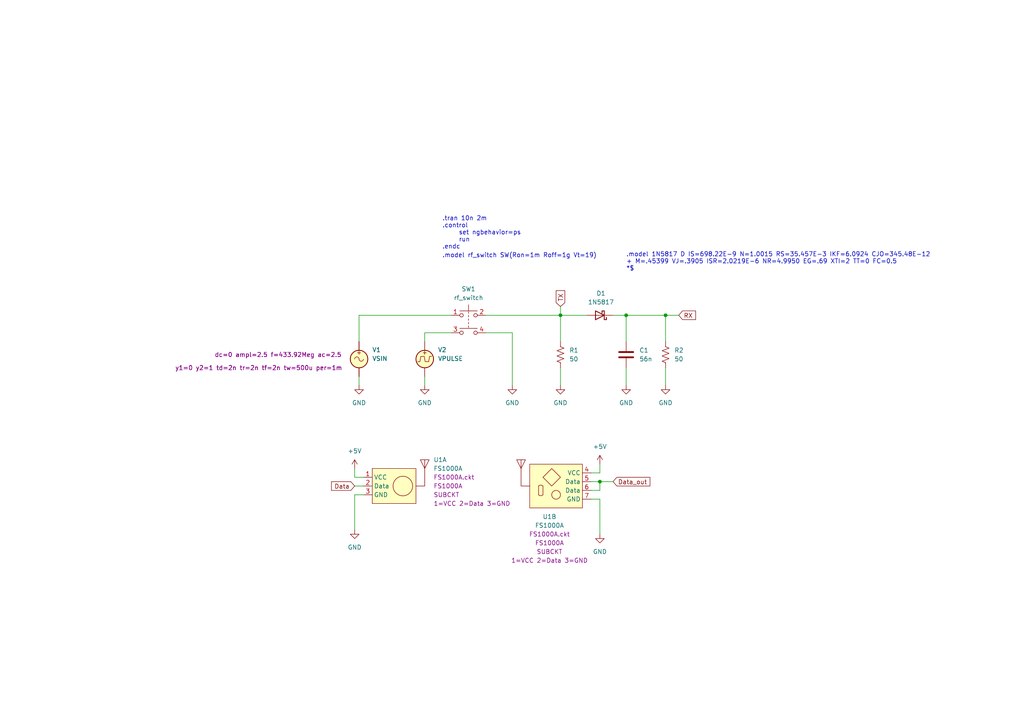
<source format=kicad_sch>
(kicad_sch (version 20230121) (generator eeschema)
  (paper "A4")
  (lib_symbols
    (symbol "Device:C" (pin_numbers hide) (pin_names (offset 0.254))
      (property "Reference" "C" (at 0.635 2.54 0))
      (property "Value" "C" (at 0.635 -2.54 0))
      (symbol "C_0_1"
        (polyline (pts (xy -2.032 -0.762) (xy 2.032 -0.762)) (stroke (width 0.508)))
        (polyline (pts (xy -2.032 0.762) (xy 2.032 0.762)) (stroke (width 0.508)))
      )
      (symbol "C_1_1"
        (pin passive line (at 0 3.81 270) (length 2.794) (name "~") (number "1"))
        (pin passive line (at 0 -3.81 90) (length 2.794) (name "~") (number "2"))
      )
    )
    (symbol "Device:D_Schottky" (pin_numbers hide) (pin_names (offset 1.016) hide)
      (property "Reference" "D" (at 0 2.54 0))
      (property "Value" "D_Schottky" (at 0 -2.54 0))
      (symbol "D_Schottky_0_1"
        (polyline (pts (xy 1.27 0) (xy -1.27 0)))
        (polyline (pts (xy 1.27 1.27) (xy 1.27 -1.27) (xy -1.27 0) (xy 1.27 1.27)) (stroke (width 0.254)))
        (polyline (pts (xy -1.905 0.635) (xy -1.905 1.27) (xy -1.27 1.27) (xy -1.27 -1.27) (xy -0.635 -1.27) (xy -0.635 -0.635)) (stroke (width 0.254)))
      )
      (symbol "D_Schottky_1_1"
        (pin passive line (at -3.81 0 0) (length 2.54) (name "K") (number "1"))
        (pin passive line (at 3.81 0 180) (length 2.54) (name "A") (number "2"))
      )
    )
    (symbol "Device:R_US" (pin_numbers hide) (pin_names (offset 0))
      (property "Reference" "R" (at 2.54 0 90))
      (property "Value" "R_US" (at -2.54 0 90))
      (symbol "R_US_0_1"
        (polyline (pts (xy 0 -2.286) (xy 0 -2.54)))
        (polyline (pts (xy 0 2.286) (xy 0 2.54)))
        (polyline (pts (xy 0 -0.762) (xy 1.016 -1.143) (xy 0 -1.524) (xy -1.016 -1.905) (xy 0 -2.286)))
        (polyline (pts (xy 0 0.762) (xy 1.016 0.381) (xy 0 0) (xy -1.016 -0.381) (xy 0 -0.762)))
        (polyline (pts (xy 0 2.286) (xy 1.016 1.905) (xy 0 1.524) (xy -1.016 1.143) (xy 0 0.762)))
      )
      (symbol "R_US_1_1"
        (pin passive line (at 0 3.81 270) (length 1.27) (name "~") (number "1"))
        (pin passive line (at 0 -3.81 90) (length 1.27) (name "~") (number "2"))
      )
    )
    (symbol "My-footprints:FS1000A"
      (property "Reference" "U" (at 0 11.43 0))
      (property "Value" "FS1000A" (at 0 8.89 0))
      (property "Sim.Library" "FS1000A.ckt" (at 0 -13.97 0))
      (property "Sim.Name" "FS1000A" (at 0 -11.43 0))
      (property "Sim.Device" "SUBCKT" (at 0 -16.51 0))
      (property "Sim.Pins" "1=VCC 2=Data 3=GND" (at 0 -8.89 0))
      (symbol "FS1000A_0_1"
        (pin passive line (at 0 -5.08 90) (length 2.54) hide (name "RF") (number "8"))
      )
      (symbol "FS1000A_1_1"
        (rectangle (start -6.35 5.08) (end 6.35 -5.08) (fill (type background)))
        (polyline (pts (xy 8.89 5.08) (xy 8.89 7.62)))
        (polyline (pts (xy 6.35 0) (xy 8.89 0) (xy 8.89 5.08) (xy 7.62 7.62) (xy 10.16 7.62) (xy 8.89 5.08)))
        (circle (center 2.54 0) (radius 2.8398))
        (pin unspecified line (at -8.89 2.54 0) (length 2.54) (name "VCC") (number "1"))
        (pin input line (at -8.89 0 0) (length 2.54) (name "Data") (number "2"))
        (pin power_in line (at -8.89 -2.54 0) (length 2.54) (name "GND") (number "3"))
      )
      (symbol "FS1000A_2_1"
        (rectangle (start -7.62 6.35) (end 7.62 -6.35) (fill (type background)))
        (arc (start -5.08 -2.54) (mid -4.445 -2.803) (end -3.81 -2.54))
        (arc (start -3.81 0) (mid -4.445 0.263) (end -5.08 0))
        (circle (center 0 -2.54) (radius 1.27))
        (polyline (pts (xy -10.16 5.08) (xy -10.16 7.62)))
        (polyline (pts (xy -5.08 0) (xy -5.08 -2.54)))
        (polyline (pts (xy -3.81 -2.54) (xy -3.81 0)))
        (polyline (pts (xy -3.81 2.54) (xy -1.27 0) (xy 1.27 2.54) (xy -1.27 5.08) (xy -3.81 2.54)))
        (polyline (pts (xy -7.62 0) (xy -10.16 0) (xy -10.16 5.08) (xy -8.89 7.62) (xy -11.43 7.62) (xy -10.16 5.08)))
        (pin passive line (at 10.16 3.81 180) (length 2.54) (name "VCC") (number "4"))
        (pin output line (at 10.16 1.27 180) (length 2.54) (name "Data") (number "5"))
        (pin output line (at 10.16 -1.27 180) (length 2.54) (name "Data") (number "6"))
        (pin power_in line (at 10.16 -3.81 180) (length 2.54) (name "GND") (number "7"))
      )
    )
    (symbol "Simulation_SPICE:VPULSE" (pin_numbers hide) (pin_names (offset 0.0254))
      (property "Reference" "V" (at 2.54 2.54 0))
      (property "Value" "VPULSE" (at 2.54 0 0))
      (property "Sim.Params" "y1=0 y2=1 td=2n tr=2n tf=2n tw=50n per=100n" (at 2.54 -2.54 0))
      (symbol "VPULSE_0_0"
        (polyline (pts (xy -2.032 -0.762) (xy -1.397 -0.762) (xy -1.143 0.762) (xy -0.127 0.762) (xy 0.127 -0.762) (xy 1.143 -0.762) (xy 1.397 0.762) (xy 2.032 0.762)))
        (text "+" (at 0 1.905 0) (effects (font (size 1.27 1.27))))
      )
      (symbol "VPULSE_0_1"
        (circle (center 0 0) (radius 2.54) (stroke (width 0.254)) (fill (type background)))
      )
      (symbol "VPULSE_1_1"
        (pin passive line (at 0 5.08 270) (length 2.54) (name "~") (number "1"))
        (pin passive line (at 0 -5.08 90) (length 2.54) (name "~") (number "2"))
      )
    )
    (symbol "Simulation_SPICE:VSIN" (pin_numbers hide) (pin_names (offset 0.0254))
      (property "Reference" "V" (at 2.54 2.54 0))
      (property "Value" "VSIN" (at 2.54 0 0))
      (property "Sim.Params" "dc=0 ampl=1 f=1k ac=1" (at 2.54 -2.54 0))
      (symbol "VSIN_0_0"
        (arc (start 0 0) (mid -0.635 0.6323) (end -1.27 0))
        (arc (start 0 0) (mid 0.635 -0.6323) (end 1.27 0))
        (text "+" (at 0 1.905 0) (effects (font (size 1.27 1.27))))
      )
      (symbol "VSIN_0_1"
        (circle (center 0 0) (radius 2.54) (stroke (width 0.254)) (fill (type background)))
      )
      (symbol "VSIN_1_1"
        (pin passive line (at 0 5.08 270) (length 2.54) (name "~") (number "1"))
        (pin passive line (at 0 -5.08 90) (length 2.54) (name "~") (number "2"))
      )
    )
    (symbol "Switch:SW_Push_Dual" (pin_names (offset 1.016) hide)
      (property "Reference" "SW" (at 1.27 2.54 0))
      (property "Value" "SW_Push_Dual" (at 0 -6.858 0))
      (symbol "SW_Push_Dual_0_1"
        (circle (center -2.032 -5.08) (radius 0.508))
        (circle (center -2.032 0) (radius 0.508))
        (polyline (pts (xy 0 -3.048) (xy 0 -3.556)))
        (polyline (pts (xy 0 -2.032) (xy 0 -2.54)))
        (polyline (pts (xy 0 -1.524) (xy 0 -1.016)))
        (polyline (pts (xy 0 -0.508) (xy 0 0)))
        (polyline (pts (xy 0 0.508) (xy 0 1.016)))
        (polyline (pts (xy 0 1.27) (xy 0 3.048)))
        (polyline (pts (xy 2.54 -3.81) (xy -2.54 -3.81)))
        (polyline (pts (xy 2.54 1.27) (xy -2.54 1.27)))
        (circle (center 2.032 -5.08) (radius 0.508))
        (circle (center 2.032 0) (radius 0.508))
        (pin passive line (at -5.08 0 0) (length 2.54) (name "1") (number "1"))
        (pin passive line (at 5.08 0 180) (length 2.54) (name "2") (number "2"))
        (pin passive line (at -5.08 -5.08 0) (length 2.54) (name "3") (number "3"))
        (pin passive line (at 5.08 -5.08 180) (length 2.54) (name "4") (number "4"))
      )
    )
    (symbol "power:+5V" (power) (pin_names (offset 0))
      (property "Value" "+5V" (at 0 3.556 0))
      (symbol "+5V_0_1"
        (polyline (pts (xy -0.762 1.27) (xy 0 2.54)))
        (polyline (pts (xy 0 0) (xy 0 2.54)))
        (polyline (pts (xy 0 2.54) (xy 0.762 1.27)))
      )
      (symbol "+5V_1_1"
        (pin power_in line (at 0 0 90) (length 0) hide (name "+5V") (number "1"))
      )
    )
    (symbol "power:GND" (power) (pin_names (offset 0))
      (property "Value" "GND" (at 0 -3.81 0))
      (symbol "GND_0_1"
        (polyline (pts (xy 0 0) (xy 0 -1.27) (xy 1.27 -1.27) (xy 0 -2.54) (xy -1.27 -1.27) (xy 0 -1.27)))
      )
      (symbol "GND_1_1"
        (pin power_in line (at 0 0 270) (length 0) hide (name "GND") (number "1"))
      )
    )
  )
  (junction (at 162.56 91.44))
  (junction (at 181.61 91.44))
  (junction (at 173.99 139.7))
  (junction (at 193.04 91.44))
  (wire (pts (xy 104.14 99.06) (xy 104.14 91.44)))
  (wire (pts (xy 193.04 91.44) (xy 193.04 99.06)))
  (wire (pts (xy 173.99 139.7) (xy 177.8 139.7)))
  (wire (pts (xy 173.99 142.24) (xy 173.99 139.7)))
  (wire (pts (xy 173.99 137.16) (xy 173.99 134.62)))
  (wire (pts (xy 102.87 153.67) (xy 102.87 143.51)))
  (wire (pts (xy 171.45 142.24) (xy 173.99 142.24)))
  (wire (pts (xy 123.19 96.52) (xy 123.19 99.06)))
  (wire (pts (xy 173.99 154.94) (xy 173.99 144.78)))
  (wire (pts (xy 171.45 139.7) (xy 173.99 139.7)))
  (wire (pts (xy 102.87 138.43) (xy 102.87 135.89)))
  (wire (pts (xy 181.61 106.68) (xy 181.61 111.76)))
  (wire (pts (xy 181.61 91.44) (xy 193.04 91.44)))
  (wire (pts (xy 181.61 91.44) (xy 177.8 91.44)))
  (wire (pts (xy 123.19 109.22) (xy 123.19 111.76)))
  (wire (pts (xy 102.87 138.43) (xy 105.41 138.43)))
  (wire (pts (xy 148.59 96.52) (xy 148.59 111.76)))
  (wire (pts (xy 173.99 137.16) (xy 171.45 137.16)))
  (wire (pts (xy 104.14 109.22) (xy 104.14 111.76)))
  (wire (pts (xy 102.87 140.97) (xy 105.41 140.97)))
  (wire (pts (xy 181.61 99.06) (xy 181.61 91.44)))
  (wire (pts (xy 162.56 111.76) (xy 162.56 106.68)))
  (wire (pts (xy 140.97 91.44) (xy 162.56 91.44)))
  (wire (pts (xy 193.04 91.44) (xy 196.85 91.44)))
  (wire (pts (xy 162.56 88.9) (xy 162.56 91.44)))
  (wire (pts (xy 193.04 106.68) (xy 193.04 111.76)))
  (wire (pts (xy 102.87 143.51) (xy 105.41 143.51)))
  (wire (pts (xy 173.99 144.78) (xy 171.45 144.78)))
  (wire (pts (xy 162.56 91.44) (xy 170.18 91.44)))
  (wire (pts (xy 104.14 91.44) (xy 130.81 91.44)))
  (wire (pts (xy 162.56 91.44) (xy 162.56 99.06)))
  (wire (pts (xy 130.81 96.52) (xy 123.19 96.52)))
  (wire (pts (xy 148.59 96.52) (xy 140.97 96.52)))
  (text ".model rf_switch SW(Ron=1m Roff=1g Vt=19)" (at 128.27 74.93 0) (effects (font (size 1.27 1.27)) (justify left bottom)))
  (text ".tran 10n 2m\n.control\n	set ngbehavior=ps\n	run\n.endc" (at 128.27 72.39 0) (effects (font (size 1.27 1.27)) (justify left bottom)))
  (text ".model 1N5817 D IS=698.22E-9 N=1.0015 RS=35.457E-3 IKF=6.0924 CJO=345.48E-12\n+ M=.45399 VJ=.3905 ISR=2.0219E-6 NR=4.9950 EG=.69 XTI=2 TT=0 FC=0.5\n*$" (at 181.61 78.74 0) (effects (font (size 1.27 1.27)) (justify left bottom)))
  (global_label "Data" (shape input) (at 102.87 140.97 180) (property "Intersheetrefs" "${INTERSHEET_REFS}" (effects hide)))
  (global_label "TX" (shape input) (at 162.56 88.9 90) (property "Intersheetrefs" "${INTERSHEET_REFS}" (effects hide)))
  (global_label "RX" (shape input) (at 196.85 91.44 0) (property "Intersheetrefs" "${INTERSHEET_REFS}" (effects hide)))
  (global_label "Data_out" (shape input) (at 177.8 139.7 0) (property "Intersheetrefs" "${INTERSHEET_REFS}" (effects hide)))
  (symbol (lib_id "My-footprints:FS1000A") (at 161.29 140.97 0) (unit 2)
    (property "Reference" "U1" (at 159.385 149.86 0))
    (property "Value" "FS1000A" (at 159.385 152.4 0))
    (property "Sim.Library" "FS1000A.ckt" (at 159.385 154.94 0))
    (property "Sim.Name" "FS1000A" (at 159.385 157.48 0))
    (property "Sim.Device" "SUBCKT" (at 159.385 160.02 0))
    (property "Sim.Pins" "1=VCC 2=Data 3=GND" (at 159.385 162.56 0))
  )
  (symbol (lib_id "power:+5V") (at 102.87 135.89 0) (unit 1)
    (property "Reference" "#PWR08" (effects hide))
    (property "Value" "+5V" (at 102.87 130.81 0))
  )
  (symbol (lib_id "Device:R_US") (at 162.56 102.87 0) (unit 1)
    (property "Reference" "R1" (at 165.1 101.6 0) (effects (justify left)))
    (property "Value" "50" (at 165.1 104.14 0) (effects (justify left)))
  )
  (symbol (lib_id "Device:D_Schottky") (at 173.99 91.44 180) (unit 1)
    (property "Reference" "D1" (at 174.3075 85.09 0))
    (property "Value" "1N5817" (at 174.3075 87.63 0))
    (property "Sim.Device" "D" (effects hide))
    (property "Sim.Pins" "1=K 2=A" (effects hide))
  )
  (symbol (lib_id "Switch:SW_Push_Dual") (at 135.89 91.44 0) (unit 1)
    (property "Reference" "SW1" (at 135.89 83.82 0))
    (property "Value" "rf_switch" (at 135.89 86.36 0))
    (property "Footprint" "Package_TO_SOT_SMD:SOT-23" (effects hide))
    (property "Sim.Device" "SW" (effects hide))
    (property "Sim.Type" "V" (effects hide))
    (property "Sim.Pins" "1=no+ 2=no- 3=ctrl+ 4=ctrl-" (effects hide))
    (property "Sim.Params" "thr=0.1 ron=1m roff=1000Meg" (effects hide))
  )
  (symbol (lib_id "power:GND") (at 102.87 153.67 0) (unit 1)
    (property "Reference" "#PWR07" (effects hide))
    (property "Value" "GND" (at 102.87 158.75 0))
  )
  (symbol (lib_id "power:GND") (at 162.56 111.76 0) (unit 1)
    (property "Reference" "#PWR04" (effects hide))
    (property "Value" "GND" (at 162.56 116.84 0))
  )
  (symbol (lib_id "Device:R_US") (at 193.04 102.87 0) (unit 1)
    (property "Reference" "R2" (at 195.58 101.6 0) (effects (justify left)))
    (property "Value" "50" (at 195.58 104.14 0) (effects (justify left)))
  )
  (symbol (lib_id "My-footprints:FS1000A") (at 114.3 140.97 0) (unit 1)
    (property "Reference" "U1" (at 125.73 133.35 0) (effects (justify left)))
    (property "Value" "FS1000A" (at 125.73 135.89 0) (effects (justify left)))
    (property "Sim.Library" "FS1000A.ckt" (at 125.73 138.43 0) (effects (justify left)))
    (property "Sim.Name" "FS1000A" (at 125.73 140.97 0) (effects (justify left)))
    (property "Sim.Device" "SUBCKT" (at 125.73 143.51 0) (effects (justify left)))
    (property "Sim.Pins" "1=VCC 2=Data 3=GND" (at 125.73 146.05 0) (effects (justify left)))
  )
  (symbol (lib_id "Simulation_SPICE:VSIN") (at 104.14 104.14 0) (unit 1)
    (property "Reference" "V1" (at 107.95 101.4702 0) (effects (justify left)))
    (property "Value" "VSIN" (at 107.95 104.0102 0) (effects (justify left)))
    (property "Sim.Pins" "1=+ 2=-" (effects hide))
    (property "Sim.Params" "dc=0 ampl=2.5 f=433.92Meg ac=2.5" (at 62.23 102.87 0) (effects (justify left)))
    (property "Sim.Type" "SIN" (effects hide))
    (property "Sim.Device" "V" (effects hide))
  )
  (symbol (lib_id "Device:C") (at 181.61 102.87 0) (unit 1)
    (property "Reference" "C1" (at 185.42 101.6 0) (effects (justify left)))
    (property "Value" "56n" (at 185.42 104.14 0) (effects (justify left)))
  )
  (symbol (lib_id "power:GND") (at 104.14 111.76 0) (unit 1)
    (property "Reference" "#PWR03" (effects hide))
    (property "Value" "GND" (at 104.14 116.84 0))
  )
  (symbol (lib_id "power:GND") (at 173.99 154.94 0) (mirror y) (unit 1)
    (property "Reference" "#PWR010" (effects hide))
    (property "Value" "GND" (at 173.99 160.02 0))
  )
  (symbol (lib_id "power:GND") (at 148.59 111.76 0) (unit 1)
    (property "Reference" "#PWR02" (effects hide))
    (property "Value" "GND" (at 148.59 116.84 0))
  )
  (symbol (lib_id "power:+5V") (at 173.99 134.62 0) (mirror y) (unit 1)
    (property "Reference" "#PWR09" (effects hide))
    (property "Value" "+5V" (at 173.99 129.54 0))
  )
  (symbol (lib_id "power:GND") (at 193.04 111.76 0) (unit 1)
    (property "Reference" "#PWR06" (effects hide))
    (property "Value" "GND" (at 193.04 116.84 0))
  )
  (symbol (lib_id "power:GND") (at 123.19 111.76 0) (unit 1)
    (property "Reference" "#PWR01" (effects hide))
    (property "Value" "GND" (at 123.19 116.84 0))
  )
  (symbol (lib_id "power:GND") (at 181.61 111.76 0) (unit 1)
    (property "Reference" "#PWR05" (effects hide))
    (property "Value" "GND" (at 181.61 116.84 0))
  )
  (symbol (lib_id "Simulation_SPICE:VPULSE") (at 123.19 104.14 0) (unit 1)
    (property "Reference" "V2" (at 127 101.4702 0) (effects (justify left)))
    (property "Value" "VPULSE" (at 127 104.0102 0) (effects (justify left)))
    (property "Sim.Pins" "1=+ 2=-" (effects hide))
    (property "Sim.Type" "PULSE" (effects hide))
    (property "Sim.Device" "V" (effects hide))
    (property "Sim.Params" "y1=0 y2=1 td=2n tr=2n tf=2n tw=500u per=1m" (at 50.8 106.68 0) (effects (justify left)))
  )
)
</source>
